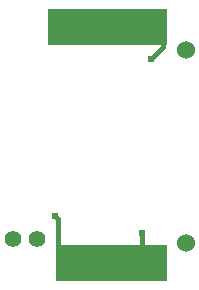
<source format=gbl>
G04 Layer: BottomLayer*
G04 EasyEDA v6.5.15, 2022-10-03 21:12:50*
G04 fb6dd305ba754b819a97ba8624fd114e,51c7c353d140458ba7ebdfa259124d39,10*
G04 Gerber Generator version 0.2*
G04 Scale: 100 percent, Rotated: No, Reflected: No *
G04 Dimensions in millimeters *
G04 leading zeros omitted , absolute positions ,4 integer and 5 decimal *
%FSLAX45Y45*%
%MOMM*%

%ADD10C,0.4000*%
%ADD11C,1.5240*%
%ADD12C,0.6096*%
%ADD13C,1.4000*%

%LPD*%
D10*
X282498Y-921004D02*
G01*
X282498Y-933704D01*
X282498Y-921004D02*
G01*
X282498Y-730504D01*
X-428701Y-908304D02*
G01*
X-428701Y-616204D01*
X-454101Y-590804D01*
X460298Y882395D02*
G01*
X460298Y844295D01*
X358698Y742695D01*
G36*
X-509600Y1161491D02*
G01*
X490397Y1161491D01*
X490397Y861491D01*
X-509600Y861491D01*
G37*
G36*
X-449605Y-836904D02*
G01*
X490397Y-836904D01*
X490397Y-1136904D01*
X-449605Y-1136904D01*
G37*
D11*
G01*
X650798Y818895D03*
G01*
X650798Y-819404D03*
D12*
G01*
X358698Y742695D03*
G01*
X282498Y-730504D03*
G01*
X-454101Y-590804D03*
D13*
G01*
X-809599Y-787400D03*
G01*
X-609600Y-787400D03*
M02*

</source>
